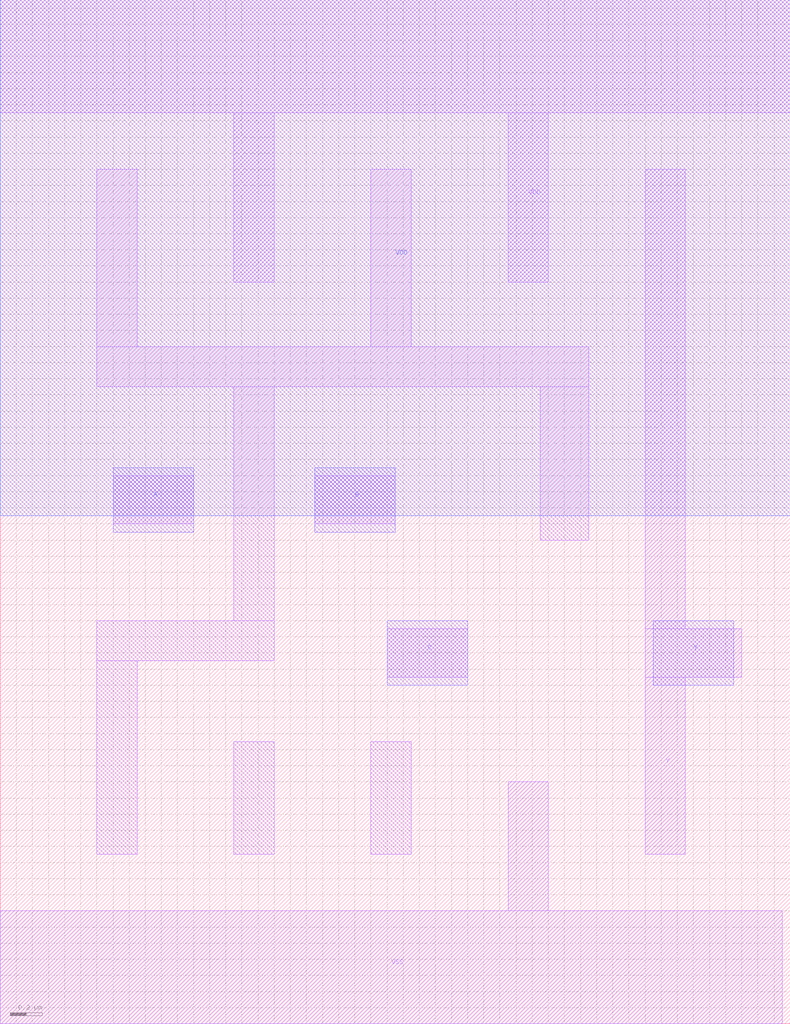
<source format=lef>
VERSION 5.7 ;
  NOWIREEXTENSIONATPIN ON ;
  DIVIDERCHAR "/" ;
  BUSBITCHARS "[]" ;
MACRO gf180mcu_osu_sc_gp9t3v3__and3_1
  CLASS BLOCK ;
  FOREIGN gf180mcu_osu_sc_gp9t3v3__and3_1 ;
  ORIGIN 0.900 0.000 ;
  SIZE 4.900 BY 6.350 ;
  PIN A
    ANTENNAGATEAREA 0.765000 ;
    PORT
      LAYER Metal1 ;
        RECT -0.200 3.100 0.300 3.400 ;
      LAYER Metal2 ;
        RECT -0.200 3.050 0.300 3.450 ;
    END
  END A
  PIN B
    ANTENNAGATEAREA 0.765000 ;
    PORT
      LAYER Metal1 ;
        RECT 1.050 3.100 1.550 3.400 ;
      LAYER Metal2 ;
        RECT 1.050 3.050 1.550 3.450 ;
    END
  END B
  PIN Y
    ANTENNADIFFAREA 1.402500 ;
    PORT
      LAYER Metal1 ;
        RECT 3.100 2.450 3.350 5.300 ;
        RECT 3.100 2.150 3.700 2.450 ;
        RECT 3.100 1.050 3.350 2.150 ;
      LAYER Metal2 ;
        RECT 3.150 2.100 3.650 2.500 ;
    END
  END Y
  PIN C
    ANTENNAGATEAREA 0.765000 ;
    PORT
      LAYER Metal1 ;
        RECT 1.500 2.150 2.000 2.450 ;
      LAYER Metal2 ;
        RECT 1.500 2.100 2.000 2.500 ;
    END
  END C
  PIN VDD
    USE POWER ;
    PORT
      LAYER Nwell ;
        RECT -0.900 3.150 4.000 6.350 ;
      LAYER Metal1 ;
        RECT -0.900 5.650 4.000 6.350 ;
        RECT 0.550 4.600 0.800 5.650 ;
        RECT 2.250 4.600 2.500 5.650 ;
    END
  END VDD
  PIN VSS
    USE GROUND ;
    PORT
      LAYER Metal1 ;
        RECT 2.250 0.700 2.500 1.500 ;
        RECT -0.900 0.000 3.950 0.700 ;
    END
  END VSS
  OBS
      LAYER Metal1 ;
        RECT -0.300 4.200 -0.050 5.300 ;
        RECT 1.400 4.200 1.650 5.300 ;
        RECT -0.300 3.950 2.750 4.200 ;
        RECT 0.550 2.500 0.800 3.950 ;
        RECT 2.450 3.000 2.750 3.950 ;
        RECT -0.300 2.250 0.800 2.500 ;
        RECT -0.300 1.050 -0.050 2.250 ;
        RECT 0.550 1.050 0.800 1.750 ;
        RECT 1.400 1.050 1.650 1.750 ;
  END
END gf180mcu_osu_sc_gp9t3v3__and3_1
END LIBRARY


</source>
